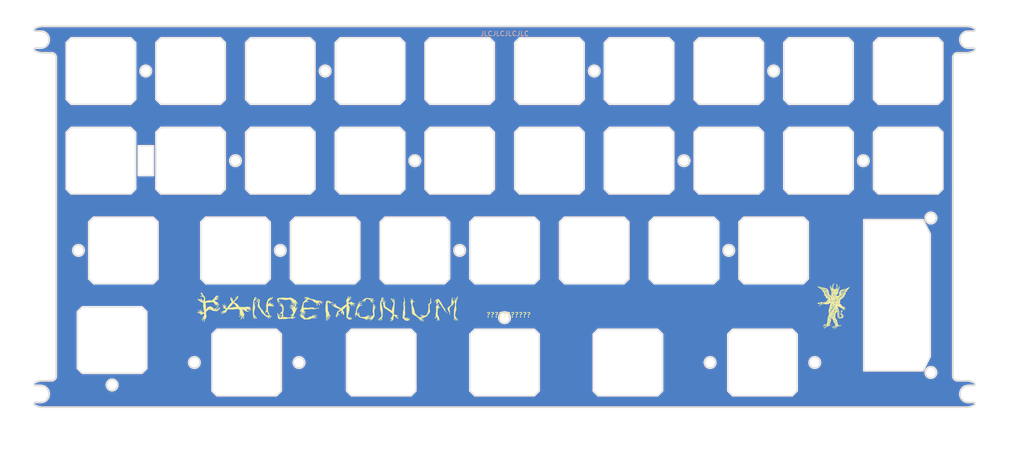
<source format=kicad_pcb>
(kicad_pcb (version 20221018) (generator pcbnew)
  (layers (0 "F.Cu" signal) (31 "B.Cu" signal) (34 "B.Paste" user) (35 "F.Paste" user) (36 "B.SilkS" user "B.Silkscreen") (37 "F.SilkS" user "F.Silkscreen") (38 "B.Mask" user) (39 "F.Mask" user) (44 "Edge.Cuts" user))
  (net 0 "")
  (net 1 "GND")
  (footprint "cipulot_parts:ecs_plate_cut_1U" (layer "F.Cu") (at 41.275 33.3375)
    (fp_text reference "REF**")
    (fp_text value "Value " hide)
    (fp_line (start -7.3 -6) (end -7.3 6) (stroke (width 0.12)) (layer "Edge.Cuts"))
    (fp_line (start -7.3 6) (end -6.3 7) (stroke (width 0.12)) (layer "Edge.Cuts"))
    (fp_line (start -6.3 -7) (end -7.3 -6) (stroke (width 0.12)) (layer "Edge.Cuts"))
    (fp_line (start -6.3 7) (end 6.3 7) (stroke (width 0.12)) (layer "Edge.Cuts"))
    (fp_line (start 6.3 -7) (end -6.3 -7) (stroke (width 0.12)) (layer "Edge.Cuts"))
    (fp_line (start 6.3 -7) (end 7.3 -6) (stroke (width 0.12)) (layer "Edge.Cuts"))
    (fp_line (start 6.3 7) (end 7.3 6) (stroke (width 0.12)) (layer "Edge.Cuts"))
    (fp_line (start 7.3 6) (end 7.3 -6) (stroke (width 0.12)) (layer "Edge.Cuts"))
  )
  (footprint "cipulot_parts:ecs_plate_cut_1U" (layer "F.Cu") (at 60.325 52.3875)
    (fp_text reference "REF**")
    (fp_text value "Value " hide)
    (fp_line (start -7.3 -6) (end -7.3 6) (stroke (width 0.12)) (layer "Edge.Cuts"))
    (fp_line (start -7.3 6) (end -6.3 7) (stroke (width 0.12)) (layer "Edge.Cuts"))
    (fp_line (start -6.3 -7) (end -7.3 -6) (stroke (width 0.12)) (layer "Edge.Cuts"))
    (fp_line (start -6.3 7) (end 6.3 7) (stroke (width 0.12)) (layer "Edge.Cuts"))
    (fp_line (start 6.3 -7) (end -6.3 -7) (stroke (width 0.12)) (layer "Edge.Cuts"))
    (fp_line (start 6.3 -7) (end 7.3 -6) (stroke (width 0.12)) (layer "Edge.Cuts"))
    (fp_line (start 6.3 7) (end 7.3 6) (stroke (width 0.12)) (layer "Edge.Cuts"))
    (fp_line (start 7.3 6) (end 7.3 -6) (stroke (width 0.12)) (layer "Edge.Cuts"))
  )
  (footprint "cipulot_parts:ecs_plate_cut_1U" (layer "F.Cu") (at 127 95.25)
    (fp_text reference "REF**")
    (fp_text value "Value " hide)
    (fp_line (start -7.3 -6) (end -7.3 6) (stroke (width 0.12)) (layer "Edge.Cuts"))
    (fp_line (start -7.3 6) (end -6.3 7) (stroke (width 0.12)) (layer "Edge.Cuts"))
    (fp_line (start -6.3 -7) (end -7.3 -6) (stroke (width 0.12)) (layer "Edge.Cuts"))
    (fp_line (start -6.3 7) (end 6.3 7) (stroke (width 0.12)) (layer "Edge.Cuts"))
    (fp_line (start 6.3 -7) (end -6.3 -7) (stroke (width 0.12)) (layer "Edge.Cuts"))
    (fp_line (start 6.3 -7) (end 7.3 -6) (stroke (width 0.12)) (layer "Edge.Cuts"))
    (fp_line (start 6.3 7) (end 7.3 6) (stroke (width 0.12)) (layer "Edge.Cuts"))
    (fp_line (start 7.3 6) (end 7.3 -6) (stroke (width 0.12)) (layer "Edge.Cuts"))
  )
  (footprint "cipulot_parts:ecs_plate_cut_1U" (layer "F.Cu") (at 60.325 33.3375)
    (fp_text reference "REF**")
    (fp_text value "Value " hide)
    (fp_line (start -7.3 -6) (end -7.3 6) (stroke (width 0.12)) (layer "Edge.Cuts"))
    (fp_line (start -7.3 6) (end -6.3 7) (stroke (width 0.12)) (layer "Edge.Cuts"))
    (fp_line (start -6.3 -7) (end -7.3 -6) (stroke (width 0.12)) (layer "Edge.Cuts"))
    (fp_line (start -6.3 7) (end 6.3 7) (stroke (width 0.12)) (layer "Edge.Cuts"))
    (fp_line (start 6.3 -7) (end -6.3 -7) (stroke (width 0.12)) (layer "Edge.Cuts"))
    (fp_line (start 6.3 -7) (end 7.3 -6) (stroke (width 0.12)) (layer "Edge.Cuts"))
    (fp_line (start 6.3 7) (end 7.3 6) (stroke (width 0.12)) (layer "Edge.Cuts"))
    (fp_line (start 7.3 6) (end 7.3 -6) (stroke (width 0.12)) (layer "Edge.Cuts"))
  )
  (footprint "cipulot_parts:ecs_plate_cut_1U" (layer "F.Cu") (at 212.725 33.3375)
    (fp_text reference "REF**")
    (fp_text value "Value " hide)
    (fp_line (start -7.3 -6) (end -7.3 6) (stroke (width 0.12)) (layer "Edge.Cuts"))
    (fp_line (start -7.3 6) (end -6.3 7) (stroke (width 0.12)) (layer "Edge.Cuts"))
    (fp_line (start -6.3 -7) (end -7.3 -6) (stroke (width 0.12)) (layer "Edge.Cuts"))
    (fp_line (start -6.3 7) (end 6.3 7) (stroke (width 0.12)) (layer "Edge.Cuts"))
    (fp_line (start 6.3 -7) (end -6.3 -7) (stroke (width 0.12)) (layer "Edge.Cuts"))
    (fp_line (start 6.3 -7) (end 7.3 -6) (stroke (width 0.12)) (layer "Edge.Cuts"))
    (fp_line (start 6.3 7) (end 7.3 6) (stroke (width 0.12)) (layer "Edge.Cuts"))
    (fp_line (start 7.3 6) (end 7.3 -6) (stroke (width 0.12)) (layer "Edge.Cuts"))
  )
  (footprint "cipulot_parts:ecs_plate_cut_1U" (layer "F.Cu") (at 146.05 71.4375)
    (fp_text reference "REF**")
    (fp_text value "Value " hide)
    (fp_line (start -7.3 -6) (end -7.3 6) (stroke (width 0.12)) (layer "Edge.Cuts"))
    (fp_line (start -7.3 6) (end -6.3 7) (stroke (width 0.12)) (layer "Edge.Cuts"))
    (fp_line (start -6.3 -7) (end -7.3 -6) (stroke (width 0.12)) (layer "Edge.Cuts"))
    (fp_line (start -6.3 7) (end 6.3 7) (stroke (width 0.12)) (layer "Edge.Cuts"))
    (fp_line (start 6.3 -7) (end -6.3 -7) (stroke (width 0.12)) (layer "Edge.Cuts"))
    (fp_line (start 6.3 -7) (end 7.3 -6) (stroke (width 0.12)) (layer "Edge.Cuts"))
    (fp_line (start 6.3 7) (end 7.3 6) (stroke (width 0.12)) (layer "Edge.Cuts"))
    (fp_line (start 7.3 6) (end 7.3 -6) (stroke (width 0.12)) (layer "Edge.Cuts"))
  )
  (footprint "cipulot_parts:ecs_plate_cut_1U" (layer "F.Cu") (at 46.0375 71.4375)
    (fp_text reference "REF**")
    (fp_text value "Value " hide)
    (fp_line (start -7.3 -6) (end -7.3 6) (stroke (width 0.12)) (layer "Edge.Cuts"))
    (fp_line (start -7.3 6) (end -6.3 7) (stroke (width 0.12)) (layer "Edge.Cuts"))
    (fp_line (start -6.3 -7) (end -7.3 -6) (stroke (width 0.12)) (layer "Edge.Cuts"))
    (fp_line (start -6.3 7) (end 6.3 7) (stroke (width 0.12)) (layer "Edge.Cuts"))
    (fp_line (start 6.3 -7) (end -6.3 -7) (stroke (width 0.12)) (layer "Edge.Cuts"))
    (fp_line (start 6.3 -7) (end 7.3 -6) (stroke (width 0.12)) (layer "Edge.Cuts"))
    (fp_line (start 6.3 7) (end 7.3 6) (stroke (width 0.12)) (layer "Edge.Cuts"))
    (fp_line (start 7.3 6) (end 7.3 -6) (stroke (width 0.12)) (layer "Edge.Cuts"))
  )
  (footprint "LOGO" (layer "F.Cu") (at 196.85 83.34375)
    (fp_text reference "G***" hide)
    (fp_text value "LOGO" hide)
  )
  (footprint "cipulot_parts:ecs_plate_cut_1U" (layer "F.Cu") (at 88.9 71.4375)
    (fp_text reference "REF**")
    (fp_text value "Value " hide)
    (fp_line (start -7.3 -6) (end -7.3 6) (stroke (width 0.12)) (layer "Edge.Cuts"))
    (fp_line (start -7.3 6) (end -6.3 7) (stroke (width 0.12)) (layer "Edge.Cuts"))
    (fp_line (start -6.3 -7) (end -7.3 -6) (stroke (width 0.12)) (layer "Edge.Cuts"))
    (fp_line (start -6.3 7) (end 6.3 7) (stroke (width 0.12)) (layer "Edge.Cuts"))
    (fp_line (start 6.3 -7) (end -6.3 -7) (stroke (width 0.12)) (layer "Edge.Cuts"))
    (fp_line (start 6.3 -7) (end 7.3 -6) (stroke (width 0.12)) (layer "Edge.Cuts"))
    (fp_line (start 6.3 7) (end 7.3 6) (stroke (width 0.12)) (layer "Edge.Cuts"))
    (fp_line (start 7.3 6) (end 7.3 -6) (stroke (width 0.12)) (layer "Edge.Cuts"))
  )
  (footprint "cipulot_parts:ecs_plate_cut_1U" (layer "F.Cu") (at 117.475 33.3375)
    (fp_text reference "REF**")
    (fp_text value "Value " hide)
    (fp_line (start -7.3 -6) (end -7.3 6) (stroke (width 0.12)) (layer "Edge.Cuts"))
    (fp_line (start -7.3 6) (end -6.3 7) (stroke (width 0.12)) (layer "Edge.Cuts"))
    (fp_line (start -6.3 -7) (end -7.3 -6) (stroke (width 0.12)) (layer "Edge.Cuts"))
    (fp_line (start -6.3 7) (end 6.3 7) (stroke (width 0.12)) (layer "Edge.Cuts"))
    (fp_line (start 6.3 -7) (end -6.3 -7) (stroke (width 0.12)) (layer "Edge.Cuts"))
    (fp_line (start 6.3 -7) (end 7.3 -6) (stroke (width 0.12)) (layer "Edge.Cuts"))
    (fp_line (start 6.3 7) (end 7.3 6) (stroke (width 0.12)) (layer "Edge.Cuts"))
    (fp_line (start 7.3 6) (end 7.3 -6) (stroke (width 0.12)) (layer "Edge.Cuts"))
  )
  (footprint "cipulot_parts:ecs_plate_cut_1U" (layer "F.Cu") (at 79.375 52.3875)
    (fp_text reference "REF**")
    (fp_text value "Value " hide)
    (fp_line (start -7.3 -6) (end -7.3 6) (stroke (width 0.12)) (layer "Edge.Cuts"))
    (fp_line (start -7.3 6) (end -6.3 7) (stroke (width 0.12)) (layer "Edge.Cuts"))
    (fp_line (start -6.3 -7) (end -7.3 -6) (stroke (width 0.12)) (layer "Edge.Cuts"))
    (fp_line (start -6.3 7) (end 6.3 7) (stroke (width 0.12)) (layer "Edge.Cuts"))
    (fp_line (start 6.3 -7) (end -6.3 -7) (stroke (width 0.12)) (layer "Edge.Cuts"))
    (fp_line (start 6.3 -7) (end 7.3 -6) (stroke (width 0.12)) (layer "Edge.Cuts"))
    (fp_line (start 6.3 7) (end 7.3 6) (stroke (width 0.12)) (layer "Edge.Cuts"))
    (fp_line (start 7.3 6) (end 7.3 -6) (stroke (width 0.12)) (layer "Edge.Cuts"))
  )
  (footprint "cipulot_parts:ecs_plate_cut_1U" (layer "F.Cu") (at 193.675 52.3875)
    (fp_text reference "REF**")
    (fp_text value "Value " hide)
    (fp_line (start -7.3 -6) (end -7.3 6) (stroke (width 0.12)) (layer "Edge.Cuts"))
    (fp_line (start -7.3 6) (end -6.3 7) (stroke (width 0.12)) (layer "Edge.Cuts"))
    (fp_line (start -6.3 -7) (end -7.3 -6) (stroke (width 0.12)) (layer "Edge.Cuts"))
    (fp_line (start -6.3 7) (end 6.3 7) (stroke (width 0.12)) (layer "Edge.Cuts"))
    (fp_line (start 6.3 -7) (end -6.3 -7) (stroke (width 0.12)) (layer "Edge.Cuts"))
    (fp_line (start 6.3 -7) (end 7.3 -6) (stroke (width 0.12)) (layer "Edge.Cuts"))
    (fp_line (start 6.3 7) (end 7.3 6) (stroke (width 0.12)) (layer "Edge.Cuts"))
    (fp_line (start 7.3 6) (end 7.3 -6) (stroke (width 0.12)) (layer "Edge.Cuts"))
  )
  (footprint "cipulot_parts:ecs_plate_cut_1U" (layer "F.Cu") (at 98.425 52.3875)
    (fp_text reference "REF**")
    (fp_text value "Value " hide)
    (fp_line (start -7.3 -6) (end -7.3 6) (stroke (width 0.12)) (layer "Edge.Cuts"))
    (fp_line (start -7.3 6) (end -6.3 7) (stroke (width 0.12)) (layer "Edge.Cuts"))
    (fp_line (start -6.3 -7) (end -7.3 -6) (stroke (width 0.12)) (layer "Edge.Cuts"))
    (fp_line (start -6.3 7) (end 6.3 7) (stroke (width 0.12)) (layer "Edge.Cuts"))
    (fp_line (start 6.3 -7) (end -6.3 -7) (stroke (width 0.12)) (layer "Edge.Cuts"))
    (fp_line (start 6.3 -7) (end 7.3 -6) (stroke (width 0.12)) (layer "Edge.Cuts"))
    (fp_line (start 6.3 7) (end 7.3 6) (stroke (width 0.12)) (layer "Edge.Cuts"))
    (fp_line (start 7.3 6) (end 7.3 -6) (stroke (width 0.12)) (layer "Edge.Cuts"))
  )
  (footprint "cipulot_parts:ecs_plate_cut_1U" (layer "F.Cu") (at 107.95 71.4375)
    (fp_text reference "REF**")
    (fp_text value "Value " hide)
    (fp_line (start -7.3 -6) (end -7.3 6) (stroke (width 0.12)) (layer "Edge.Cuts"))
    (fp_line (start -7.3 6) (end -6.3 7) (stroke (width 0.12)) (layer "Edge.Cuts"))
    (fp_line (start -6.3 -7) (end -7.3 -6) (stroke (width 0.12)) (layer "Edge.Cuts"))
    (fp_line (start -6.3 7) (end 6.3 7) (stroke (width 0.12)) (layer "Edge.Cuts"))
    (fp_line (start 6.3 -7) (end -6.3 -7) (stroke (width 0.12)) (layer "Edge.Cuts"))
    (fp_line (start 6.3 -7) (end 7.3 -6) (stroke (width 0.12)) (layer "Edge.Cuts"))
    (fp_line (start 6.3 7) (end 7.3 6) (stroke (width 0.12)) (layer "Edge.Cuts"))
    (fp_line (start 7.3 6) (end 7.3 -6) (stroke (width 0.12)) (layer "Edge.Cuts"))
  )
  (footprint "LOGO" (layer "F.Cu") (at 88.9 83.34375)
    (fp_text reference "G***" hide)
    (fp_text value "LOGO" hide)
  )
  (footprint "cipulot_parts:ecs_plate_cut_1U" (layer "F.Cu") (at 72.23125 95.25)
    (fp_text reference "REF**")
    (fp_text value "Value " hide)
    (fp_line (start -7.3 -6) (end -7.3 6) (stroke (width 0.12)) (layer "Edge.Cuts"))
    (fp_line (start -7.3 6) (end -6.3 7) (stroke (width 0.12)) (layer "Edge.Cuts"))
    (fp_line (start -6.3 -7) (end -7.3 -6) (stroke (width 0.12)) (layer "Edge.Cuts"))
    (fp_line (start -6.3 7) (end 6.3 7) (stroke (width 0.12)) (layer "Edge.Cuts"))
    (fp_line (start 6.3 -7) (end -6.3 -7) (stroke (width 0.12)) (layer "Edge.Cuts"))
    (fp_line (start 6.3 -7) (end 7.3 -6) (stroke (width 0.12)) (layer "Edge.Cuts"))
    (fp_line (start 6.3 7) (end 7.3 6) (stroke (width 0.12)) (layer "Edge.Cuts"))
    (fp_line (start 7.3 6) (end 7.3 -6) (stroke (width 0.12)) (layer "Edge.Cuts"))
  )
  (footprint "cipulot_parts:ecs_plate_cut_1U" (layer "F.Cu") (at 174.625 33.3375)
    (fp_text reference "REF**")
    (fp_text value "Value " hide)
    (fp_line (start -7.3 -6) (end -7.3 6) (stroke (width 0.12)) (layer "Edge.Cuts"))
    (fp_line (start -7.3 6) (end -6.3 7) (stroke (width 0.12)) (layer "Edge.Cuts"))
    (fp_line (start -6.3 -7) (end -7.3 -6) (stroke (width 0.12)) (layer "Edge.Cuts"))
    (fp_line (start -6.3 7) (end 6.3 7) (stroke (width 0.12)) (layer "Edge.Cuts"))
    (fp_line (start 6.3 -7) (end -6.3 -7) (stroke (width 0.12)) (layer "Edge.Cuts"))
    (fp_line (start 6.3 -7) (end 7.3 -6) (stroke (width 0.12)) (layer "Edge.Cuts"))
    (fp_line (start 6.3 7) (end 7.3 6) (stroke (width 0.12)) (layer "Edge.Cuts"))
    (fp_line (start 7.3 6) (end 7.3 -6) (stroke (width 0.12)) (layer "Edge.Cuts"))
  )
  (footprint "cipulot_parts:ecs_plate_cut_1U" (layer "F.Cu") (at 69.85 71.4375)
    (fp_text reference "REF**")
    (fp_text value "Value " hide)
    (fp_line (start -7.3 -6) (end -7.3 6) (stroke (width 0.12)) (layer "Edge.Cuts"))
    (fp_line (start -7.3 6) (end -6.3 7) (stroke (width 0.12)) (layer "Edge.Cuts"))
    (fp_line (start -6.3 -7) (end -7.3 -6) (stroke (width 0.12)) (layer "Edge.Cuts"))
    (fp_line (start -6.3 7) (end 6.3 7) (stroke (width 0.12)) (layer "Edge.Cuts"))
    (fp_line (start 6.3 -7) (end -6.3 -7) (stroke (width 0.12)) (layer "Edge.Cuts"))
    (fp_line (start 6.3 -7) (end 7.3 -6) (stroke (width 0.12)) (layer "Edge.Cuts"))
    (fp_line (start 6.3 7) (end 7.3 6) (stroke (width 0.12)) (layer "Edge.Cuts"))
    (fp_line (start 7.3 6) (end 7.3 -6) (stroke (width 0.12)) (layer "Edge.Cuts"))
  )
  (footprint "cipulot_parts:ecs_plate_cut_1U" (layer "F.Cu") (at 43.65625 90.4875)
    (fp_text reference "REF**")
    (fp_text value "Value " hide)
    (fp_line (start -7.3 -6) (end -7.3 6) (stroke (width 0.12)) (layer "Edge.Cuts"))
    (fp_line (start -7.3 6) (end -6.3 7) (stroke (width 0.12)) (layer "Edge.Cuts"))
    (fp_line (start -6.3 -7) (end -7.3 -6) (stroke (width 0.12)) (layer "Edge.Cuts"))
    (fp_line (start -6.3 7) (end 6.3 7) (stroke (width 0.12)) (layer "Edge.Cuts"))
    (fp_line (start 6.3 -7) (end -6.3 -7) (stroke (width 0.12)) (layer "Edge.Cuts"))
    (fp_line (start 6.3 -7) (end 7.3 -6) (stroke (width 0.12)) (layer "Edge.Cuts"))
    (fp_line (start 6.3 7) (end 7.3 6) (stroke (width 0.12)) (layer "Edge.Cuts"))
    (fp_line (start 7.3 6) (end 7.3 -6) (stroke (width 0.12)) (layer "Edge.Cuts"))
  )
  (footprint "cipulot_parts:ecs_plate_cut_1U" (layer "F.Cu") (at 153.19375 95.25)
    (fp_text reference "REF**")
    (fp_text value "Value " hide)
    (fp_line (start -7.3 -6) (end -7.3 6) (stroke (width 0.12)) (layer "Edge.Cuts"))
    (fp_line (start -7.3 6) (end -6.3 7) (stroke (width 0.12)) (layer "Edge.Cuts"))
    (fp_line (start -6.3 -7) (end -7.3 -6) (stroke (width 0.12)) (layer "Edge.Cuts"))
    (fp_line (start -6.3 7) (end 6.3 7) (stroke (width 0.12)) (layer "Edge.Cuts"))
    (fp_line (start 6.3 -7) (end -6.3 -7) (stroke (width 0.12)) (layer "Edge.Cuts"))
    (fp_line (start 6.3 -7) (end 7.3 -6) (stroke (width 0.12)) (layer "Edge.Cuts"))
    (fp_line (start 6.3 7) (end 7.3 6) (stroke (width 0.12)) (layer "Edge.Cuts"))
    (fp_line (start 7.3 6) (end 7.3 -6) (stroke (width 0.12)) (layer "Edge.Cuts"))
  )
  (footprint "cipulot_parts:ecs_plate_cut_1U" (layer "F.Cu") (at 155.575 52.3875)
    (fp_text reference "REF**")
    (fp_text value "Value " hide)
    (fp_line (start -7.3 -6) (end -7.3 6) (stroke (width 0.12)) (layer "Edge.Cuts"))
    (fp_line (start -7.3 6) (end -6.3 7) (stroke (width 0.12)) (layer "Edge.Cuts"))
    (fp_line (start -6.3 -7) (end -7.3 -6) (stroke (width 0.12)) (layer "Edge.Cuts"))
    (fp_line (start -6.3 7) (end 6.3 7) (stroke (width 0.12)) (layer "Edge.Cuts"))
    (fp_line (start 6.3 -7) (end -6.3 -7) (stroke (width 0.12)) (layer "Edge.Cuts"))
    (fp_line (start 6.3 -7) (end 7.3 -6) (stroke (width 0.12)) (layer "Edge.Cuts"))
    (fp_line (start 6.3 7) (end 7.3 6) (stroke (width 0.12)) (layer "Edge.Cuts"))
    (fp_line (start 7.3 6) (end 7.3 -6) (stroke (width 0.12)) (layer "Edge.Cuts"))
  )
  (footprint "cipulot_parts:ecs_plate_cut_1U" (layer "F.Cu") (at 136.525 52.3875)
    (fp_text reference "REF**")
    (fp_text value "Value " hide)
    (fp_line (start -7.3 -6) (end -7.3 6) (stroke (width 0.12)) (layer "Edge.Cuts"))
    (fp_line (start -7.3 6) (end -6.3 7) (stroke (width 0.12)) (layer "Edge.Cuts"))
    (fp_line (start -6.3 -7) (end -7.3 -6) (stroke (width 0.12)) (layer "Edge.Cuts"))
    (fp_line (start -6.3 7) (end 6.3 7) (stroke (width 0.12)) (layer "Edge.Cuts"))
    (fp_line (start 6.3 -7) (end -6.3 -7) (stroke (width 0.12)) (layer "Edge.Cuts"))
    (fp_line (start 6.3 -7) (end 7.3 -6) (stroke (width 0.12)) (layer "Edge.Cuts"))
    (fp_line (start 6.3 7) (end 7.3 6) (stroke (width 0.12)) (layer "Edge.Cuts"))
    (fp_line (start 7.3 6) (end 7.3 -6) (stroke (width 0.12)) (layer "Edge.Cuts"))
  )
  (footprint "cipulot_parts:ecs_plate_cut_1U" (layer "F.Cu") (at 184.15 71.4375)
    (fp_text reference "REF**")
    (fp_text value "Value " hide)
    (fp_line (start -7.3 -6) (end -7.3 6) (stroke (width 0.12)) (layer "Edge.Cuts"))
    (fp_line (start -7.3 6) (end -6.3 7) (stroke (width 0.12)) (layer "Edge.Cuts"))
    (fp_line (start -6.3 -7) (end -7.3 -6) (stroke (width 0.12)) (layer "Edge.Cuts"))
    (fp_line (start -6.3 7) (end 6.3 7) (stroke (width 0.12)) (layer "Edge.Cuts"))
    (fp_line (start 6.3 -7) (end -6.3 -7) (stroke (width 0.12)) (layer "Edge.Cuts"))
    (fp_line (start 6.3 -7) (end 7.3 -6) (stroke (width 0.12)) (layer "Edge.Cuts"))
    (fp_line (start 6.3 7) (end 7.3 6) (stroke (width 0.12)) (layer "Edge.Cuts"))
    (fp_line (start 7.3 6) (end 7.3 -6) (stroke (width 0.12)) (layer "Edge.Cuts"))
  )
  (footprint "cipulot_parts:ecs_plate_cut_1U" (layer "F.Cu") (at 181.76875 95.25)
    (fp_text reference "REF**")
    (fp_text value "Value " hide)
    (fp_line (start -7.3 -6) (end -7.3 6) (stroke (width 0.12)) (layer "Edge.Cuts"))
    (fp_line (start -7.3 6) (end -6.3 7) (stroke (width 0.12)) (layer "Edge.Cuts"))
    (fp_line (start -6.3 -7) (end -7.3 -6) (stroke (width 0.12)) (layer "Edge.Cuts"))
    (fp_line (start -6.3 7) (end 6.3 7) (stroke (width 0.12)) (layer "Edge.Cuts"))
    (fp_line (start 6.3 -7) (end -6.3 -7) (stroke (width 0.12)) (layer "Edge.Cuts"))
    (fp_line (start 6.3 -7) (end 7.3 -6) (stroke (width 0.12)) (layer "Edge.Cuts"))
    (fp_line (start 6.3 7) (end 7.3 6) (stroke (width 0.12)) (layer "Edge.Cuts"))
    (fp_line (start 7.3 6) (end 7.3 -6) (stroke (width 0.12)) (layer "Edge.Cuts"))
  )
  (footprint "cipulot_parts:ecs_plate_cut_1U" (layer "F.Cu") (at 136.525 33.3375)
    (fp_text reference "REF**")
    (fp_text value "Value " hide)
    (fp_line (start -7.3 -6) (end -7.3 6) (stroke (width 0.12)) (layer "Edge.Cuts"))
    (fp_line (start -7.3 6) (end -6.3 7) (stroke (width 0.12)) (layer "Edge.Cuts"))
    (fp_line (start -6.3 -7) (end -7.3 -6) (stroke (width 0.12)) (layer "Edge.Cuts"))
    (fp_line (start -6.3 7) (end 6.3 7) (stroke (width 0.12)) (layer "Edge.Cuts"))
    (fp_line (start 6.3 -7) (end -6.3 -7) (stroke (width 0.12)) (layer "Edge.Cuts"))
    (fp_line (start 6.3 -7) (end 7.3 -6) (stroke (width 0.12)) (layer "Edge.Cuts"))
    (fp_line (start 6.3 7) (end 7.3 6) (stroke (width 0.12)) (layer "Edge.Cuts"))
    (fp_line (start 7.3 6) (end 7.3 -6) (stroke (width 0.12)) (layer "Edge.Cuts"))
  )
  (footprint "cipulot_parts:ecs_plate_cut_1U" (layer "F.Cu") (at 165.1 71.4375)
    (fp_text reference "REF**")
    (fp_text value "Value " hide)
    (fp_line (start -7.3 -6) (end -7.3 6) (stroke (width 0.12)) (layer "Edge.Cuts"))
    (fp_line (start -7.3 6) (end -6.3 7) (stroke (width 0.12)) (layer "Edge.Cuts"))
    (fp_line (start -6.3 -7) (end -7.3 -6) (stroke (width 0.12)) (layer "Edge.Cuts"))
    (fp_line (start -6.3 7) (end 6.3 7) (stroke (width 0.12)) (layer "Edge.Cuts"))
    (fp_line (start 6.3 -7) (end -6.3 -7) (stroke (width 0.12)) (layer "Edge.Cuts"))
    (fp_line (start 6.3 -7) (end 7.3 -6) (stroke (width 0.12)) (layer "Edge.Cuts"))
    (fp_line (start 6.3 7) (end 7.3 6) (stroke (width 0.12)) (layer "Edge.Cuts"))
    (fp_line (start 7.3 6) (end 7.3 -6) (stroke (width 0.12)) (layer "Edge.Cuts"))
  )
  (footprint "cipulot_parts:ecs_plate_cut_1U" (layer "F.Cu") (at 117.475 52.3875)
    (fp_text reference "REF**")
    (fp_text value "Value " hide)
    (fp_line (start -7.3 -6) (end -7.3 6) (stroke (width 0.12)) (layer "Edge.Cuts"))
    (fp_line (start -7.3 6) (end -6.3 7) (stroke (width 0.12)) (layer "Edge.Cuts"))
    (fp_line (start -6.3 -7) (end -7.3 -6) (stroke (width 0.12)) (layer "Edge.Cuts"))
    (fp_line (start -6.3 7) (end 6.3 7) (stroke (width 0.12)) (layer "Edge.Cuts"))
    (fp_line (start 6.3 -7) (end -6.3 -7) (stroke (width 0.12)) (layer "Edge.Cuts"))
    (fp_line (start 6.3 -7) (end 7.3 -6) (stroke (width 0.12)) (layer "Edge.Cuts"))
    (fp_line (start 6.3 7) (end 7.3 6) (stroke (width 0.12)) (layer "Edge.Cuts"))
    (fp_line (start 7.3 6) (end 7.3 -6) (stroke (width 0.12)) (layer "Edge.Cuts"))
  )
  (footprint "cipulot_parts:ecs_plate_cut_1U" (layer "F.Cu") (at 155.575 33.3375)
    (fp_text reference "REF**")
    (fp_text value "Value " hide)
    (fp_line (start -7.3 -6) (end -7.3 6) (stroke (width 0.12)) (layer "Edge.Cuts"))
    (fp_line (start -7.3 6) (end -6.3 7) (stroke (width 0.12)) (layer "Edge.Cuts"))
    (fp_line (start -6.3 -7) (end -7.3 -6) (stroke (width 0.12)) (layer "Edge.Cuts"))
    (fp_line (start -6.3 7) (end 6.3 7) (stroke (width 0.12)) (layer "Edge.Cuts"))
    (fp_line (start 6.3 -7) (end -6.3 -7) (stroke (width 0.12)) (layer "Edge.Cuts"))
    (fp_line (start 6.3 -7) (end 7.3 -6) (stroke (width 0.12)) (layer "Edge.Cuts"))
    (fp_line (start 6.3 7) (end 7.3 6) (stroke (width 0.12)) (layer "Edge.Cuts"))
    (fp_line (start 7.3 6) (end 7.3 -6) (stroke (width 0.12)) (layer "Edge.Cuts"))
  )
  (footprint "cipulot_parts:ecs_plate_cut_1U" (layer "F.Cu") (at 100.80625 95.25)
    (fp_text reference "REF**")
    (fp_text value "Value " hide)
    (fp_line (start -7.3 -6) (end -7.3 6) (stroke (width 0.12)) (layer "Edge.Cuts"))
    (fp_line (start -7.3 6) (end -6.3 7) (stroke (width 0.12)) (layer "Edge.Cuts"))
    (fp_line (start -6.3 -7) (end -7.3 -6) (stroke (width 0.12)) (layer "Edge.Cuts"))
    (fp_line (start -6.3 7) (end 6.3 7) (stroke (width 0.12)) (layer "Edge.Cuts"))
    (fp_line (start 6.3 -7) (end -6.3 -7) (stroke (width 0.12)) (layer "Edge.Cuts"))
    (fp_line (start 6.3 -7) (end 7.3 -6) (stroke (width 0.12)) (layer "Edge.Cuts"))
    (fp_line (start 6.3 7) (end 7.3 6) (stroke (width 0.12)) (layer "Edge.Cuts"))
    (fp_line (start 7.3 6) (end 7.3 -6) (stroke (width 0.12)) (layer "Edge.Cuts"))
  )
  (footprint "cipulot_parts:ecs_plate_cut_2U" (layer "F.Cu") (at 210.34375 80.9625 90)
    (fp_text reference "REF**")
    (fp_text value "Value " hide)
    (fp_line (start -16 -7) (end 16 -7) (stroke (width 0.12)) (layer "Edge.Cuts"))
    (fp_line (start -16 0) (end -16 -7) (stroke (width 0.12)) (layer "Edge.Cuts"))
    (fp_line (start -16 0) (end -16 5.5) (stroke (width 0.12)) (layer "Edge.Cuts"))
    (fp_line (start -16 5.5) (end -13 7) (stroke (width 0.12)) (layer "Edge.Cuts"))
    (fp_line (start 13 7) (end -13 7) (stroke (width 0.12)) (layer "Edge.Cuts"))
    (fp_line (start 16 -7) (end 16 0) (stroke (width 0.12)) (layer "Edge.Cuts"))
    (fp_line (start 16 0) (end 16 5.5) (stroke (width 0.12)) (layer "Edge.Cuts"))
    (fp_line (start 16 5.5) (end 13 7) (stroke (width 0.12)) (layer "Edge.Cuts"))
  )
  (footprint "cipulot_parts:ecs_plate_cut_1U" (layer "F.Cu") (at 98.425 33.3375)
    (fp_text reference "REF**")
    (fp_text value "Value " hide)
    (fp_line (start -7.3 -6) (end -7.3 6) (stroke (width 0.12)) (layer "Edge.Cuts"))
    (fp_line (start -7.3 6) (end -6.3 7) (stroke (width 0.12)) (layer "Edge.Cuts"))
    (fp_line (start -6.3 -7) (end -7.3 -6) (stroke (width 0.12)) (layer "Edge.Cuts"))
    (fp_line (start -6.3 7) (end 6.3 7) (stroke (width 0.12)) (layer "Edge.Cuts"))
    (fp_line (start 6.3 -7) (end -6.3 -7) (stroke (width 0.12)) (layer "Edge.Cuts"))
    (fp_line (start 6.3 -7) (end 7.3 -6) (stroke (width 0.12)) (layer "Edge.Cuts"))
    (fp_line (start 6.3 7) (end 7.3 6) (stroke (width 0.12)) (layer "Edge.Cuts"))
    (fp_line (start 7.3 6) (end 7.3 -6) (stroke (width 0.12)) (layer "Edge.Cuts"))
  )
  (footprint "cipulot_parts:ecs_plate_cut_1U" (layer "F.Cu") (at 174.625 52.3875)
    (fp_text reference "REF**")
    (fp_text value "Value " hide)
    (fp_line (start -7.3 -6) (end -7.3 6) (stroke (width 0.12)) (layer "Edge.Cuts"))
    (fp_line (start -7.3 6) (end -6.3 7) (stroke (width 0.12)) (layer "Edge.Cuts"))
    (fp_line (start -6.3 -7) (end -7.3 -6) (stroke (width 0.12)) (layer "Edge.Cuts"))
    (fp_line (start -6.3 7) (end 6.3 7) (stroke (width 0.12)) (layer "Edge.Cuts"))
    (fp_line (start 6.3 -7) (end -6.3 -7) (stroke (width 0.12)) (layer "Edge.Cuts"))
    (fp_line (start 6.3 -7) (end 7.3 -6) (stroke (width 0.12)) (layer "Edge.Cuts"))
    (fp_line (start 6.3 7) (end 7.3 6) (stroke (width 0.12)) (layer "Edge.Cuts"))
    (fp_line (start 7.3 6) (end 7.3 -6) (stroke (width 0.12)) (layer "Edge.Cuts"))
  )
  (footprint "cipulot_parts:ecs_plate_cut_1U" (layer "F.Cu") (at 127 71.4375)
    (fp_text reference "REF**")
    (fp_text value "Value " hide)
    (fp_line (start -7.3 -6) (end -7.3 6) (stroke (width 0.12)) (layer "Edge.Cuts"))
    (fp_line (start -7.3 6) (end -6.3 7) (stroke (width 0.12)) (layer "Edge.Cuts"))
    (fp_line (start -6.3 -7) (end -7.3 -6) (stroke (width 0.12)) (layer "Edge.Cuts"))
    (fp_line (start -6.3 7) (end 6.3 7) (stroke (width 0.12)) (layer "Edge.Cuts"))
    (fp_line (start 6.3 -7) (end -6.3 -7) (stroke (width 0.12)) (layer "Edge.Cuts"))
    (fp_line (start 6.3 -7) (end 7.3 -6) (stroke (width 0.12)) (layer "Edge.Cuts"))
    (fp_line (start 6.3 7) (end 7.3 6) (stroke (width 0.12)) (layer "Edge.Cuts"))
    (fp_line (start 7.3 6) (end 7.3 -6) (stroke (width 0.12)) (layer "Edge.Cuts"))
  )
  (footprint "cipulot_parts:ecs_plate_cut_1U" (layer "F.Cu") (at 41.275 52.3875)
    (fp_text reference "REF**")
    (fp_text value "Value " hide)
    (fp_line (start -7.3 -6) (end -7.3 6) (stroke (width 0.12)) (layer "Edge.Cuts"))
    (fp_line (start -7.3 6) (end -6.3 7) (stroke (width 0.12)) (layer "Edge.Cuts"))
    (fp_line (start -6.3 -7) (end -7.3 -6) (stroke (width 0.12)) (layer "Edge.Cuts"))
    (fp_line (start -6.3 7) (end 6.3 7) (stroke (width 0.12)) (layer "Edge.Cuts"))
    (fp_line (start 6.3 -7) (end -6.3 -7) (stroke (width 0.12)) (layer "Edge.Cuts"))
    (fp_line (start 6.3 -7) (end 7.3 -6) (stroke (width 0.12)) (layer "Edge.Cuts"))
    (fp_line (start 6.3 7) (end 7.3 6) (stroke (width 0.12)) (layer "Edge.Cuts"))
    (fp_line (start 7.3 6) (end 7.3 -6) (stroke (width 0.12)) (layer "Edge.Cuts"))
  )
  (footprint "cipulot_parts:ecs_plate_cut_1U" (layer "F.Cu") (at 79.375 33.3375)
    (fp_text reference "REF**")
    (fp_text value "Value " hide)
    (fp_line (start -7.3 -6) (end -7.3 6) (stroke (width 0.12)) (layer "Edge.Cuts"))
    (fp_line (start -7.3 6) (end -6.3 7) (stroke (width 0.12)) (layer "Edge.Cuts"))
    (fp_line (start -6.3 -7) (end -7.3 -6) (stroke (width 0.12)) (layer "Edge.Cuts"))
    (fp_line (start -6.3 7) (end 6.3 7) (stroke (width 0.12)) (layer "Edge.Cuts"))
    (fp_line (start 6.3 -7) (end -6.3 -7) (stroke (width 0.12)) (layer "Edge.Cuts"))
    (fp_line (start 6.3 -7) (end 7.3 -6) (stroke (width 0.12)) (layer "Edge.Cuts"))
    (fp_line (start 6.3 7) (end 7.3 6) (stroke (width 0.12)) (layer "Edge.Cuts"))
    (fp_line (start 7.3 6) (end 7.3 -6) (stroke (width 0.12)) (layer "Edge.Cuts"))
  )
  (footprint "cipulot_parts:ecs_plate_cut_1U" (layer "F.Cu") (at 193.675 33.3375)
    (fp_text reference "REF**")
    (fp_text value "Value " hide)
    (fp_line (start -7.3 -6) (end -7.3 6) (stroke (width 0.12)) (layer "Edge.Cuts"))
    (fp_line (start -7.3 6) (end -6.3 7) (stroke (width 0.12)) (layer "Edge.Cuts"))
    (fp_line (start -6.3 -7) (end -7.3 -6) (stroke (width 0.12)) (layer "Edge.Cuts"))
    (fp_line (start -6.3 7) (end 6.3 7) (stroke (width 0.12)) (layer "Edge.Cuts"))
    (fp_line (start 6.3 -7) (end -6.3 -7) (stroke (width 0.12)) (layer "Edge.Cuts"))
    (fp_line (start 6.3 -7) (end 7.3 -6) (stroke (width 0.12)) (layer "Edge.Cuts"))
    (fp_line (start 6.3 7) (end 7.3 6) (stroke (width 0.12)) (layer "Edge.Cuts"))
    (fp_line (start 7.3 6) (end 7.3 -6) (stroke (width 0.12)) (layer "Edge.Cuts"))
  )
  (footprint "cipulot_parts:ecs_plate_cut_1U" (layer "F.Cu") (at 212.725 52.3875)
    (fp_text reference "REF**")
    (fp_text value "Value " hide)
    (fp_line (start -7.3 -6) (end -7.3 6) (stroke (width 0.12)) (layer "Edge.Cuts"))
    (fp_line (start -7.3 6) (end -6.3 7) (stroke (width 0.12)) (layer "Edge.Cuts"))
    (fp_line (start -6.3 -7) (end -7.3 -6) (stroke (width 0.12)) (layer "Edge.Cuts"))
    (fp_line (start -6.3 7) (end 6.3 7) (stroke (width 0.12)) (layer "Edge.Cuts"))
    (fp_line (start 6.3 -7) (end -6.3 -7) (stroke (width 0.12)) (layer "Edge.Cuts"))
    (fp_line (start 6.3 -7) (end 7.3 -6) (stroke (width 0.12)) (layer "Edge.Cuts"))
    (fp_line (start 6.3 7) (end 7.3 6) (stroke (width 0.12)) (layer "Edge.Cuts"))
    (fp_line (start 7.3 6) (end 7.3 -6) (stroke (width 0.12)) (layer "Edge.Cuts"))
  )
  (gr_line (start 28.75 29.5125) (end 30.75 29.5125) (stroke (width 0.2)) (layer "Edge.Cuts"))
  (gr_circle (center 217.54375 97.3625) (end 218.69375 97.3625) (stroke (width 0.2)) (fill none) (layer "Edge.Cuts"))
  (gr_line (start 225.25 99.075) (end 223.25 99.075) (stroke (width 0.2)) (layer "Edge.Cuts"))
  (gr_arc (start 30.75 29.5125) (mid 31.457107 29.805393) (end 31.75 30.5125) (stroke (width 0.2)) (layer "Edge.Cuts"))
  (gr_circle (center 146.05 33.3375) (end 147.2 33.3375) (stroke (width 0.2)) (fill none) (layer "Edge.Cuts"))
  (gr_circle (center 69.85 52.3875) (end 71 52.3875) (stroke (width 0.2)) (fill none) (layer "Edge.Cuts"))
  (gr_line (start 226.606466 103.675) (end 225.499444 103.675) (stroke (width 0.2)) (layer "Edge.Cuts"))
  (gr_line (start 225.499442 24.9125) (end 226.606464 24.9125) (stroke (width 0.2)) (layer "Edge.Cuts"))
  (gr_circle (center 184.15 33.3375) (end 185.3 33.3375) (stroke (width 0.2)) (fill none) (layer "Edge.Cuts"))
  (gr_line (start 28.500555 103.675) (end 27.393534 103.675) (stroke (width 0.2)) (layer "Edge.Cuts"))
  (gr_circle (center 127 85.725) (end 128.15 85.725) (stroke (width 0.2)) (fill none) (layer "Edge.Cuts"))
  (gr_arc (start 226.606466 103.675) (mid 226.942174 103.926005) (end 226.796371 104.319) (stroke (width 0.2)) (layer "Edge.Cuts"))
  (gr_line (start 226.606464 28.4125) (end 225.499442 28.4125) (stroke (width 0.2)) (layer "Edge.Cuts"))
  (gr_circle (center 170.65625 95.25) (end 171.80625 95.25) (stroke (width 0.2)) (fill none) (layer "Edge.Cuts"))
  (gr_arc (start 226.796371 99.531) (mid 226.942174 99.923995) (end 226.606466 100.175) (stroke (width 0.2)) (layer "Edge.Cuts"))
  (gr_circle (center 88.9 33.3375) (end 90.05 33.3375) (stroke (width 0.2)) (fill none) (layer "Edge.Cuts"))
  (gr_arc (start 28.500555 100.175) (mid 30.250555 101.925) (end 28.500555 103.675) (stroke (width 0.2)) (layer "Edge.Cuts"))
  (gr_arc (start 226.796369 24.2685) (mid 226.942172 24.661495) (end 226.606464 24.9125) (stroke (width 0.2)) (layer "Edge.Cuts"))
  (gr_circle (center 203.2 52.3875) (end 204.35 52.3875) (stroke (width 0.2)) (fill none) (layer "Edge.Cuts"))
  (gr_circle (center 174.625 71.4375) (end 175.775 71.4375) (stroke (width 0.2)) (fill none) (layer "Edge.Cuts"))
  (gr_arc (start 222.25 30.5125) (mid 222.542893 29.805393) (end 223.25 29.5125) (stroke (width 0.2)) (layer "Edge.Cuts"))
  (gr_arc (start 27.203628 99.531) (mid 27.943898 99.191376) (end 28.75 99.075) (stroke (width 0.2)) (layer "Edge.Cuts"))
  (gr_line (start 225.499444 100.175) (end 226.606466 100.175) (stroke (width 0.2)) (layer "Edge.Cuts"))
  (gr_arc (start 226.796371 104.319) (mid 226.056102 104.658624) (end 225.25 104.775) (stroke (width 0.2)) (layer "Edge.Cuts"))
  (gr_circle (center 61.11875 95.25) (end 62.26875 95.25) (stroke (width 0.2)) (fill none) (layer "Edge.Cuts"))
  (gr_circle (center 192.88125 95.25) (end 194.03125 95.25) (stroke (width 0.2)) (fill none) (layer "Edge.Cuts"))
  (gr_arc (start 27.393534 100.175) (mid 27.057822 99.923996) (end 27.203628 99.531) (stroke (width 0.2)) (layer "Edge.Cuts"))
  (gr_arc (start 27.393534 24.9125) (mid 27.057822 24.661495) (end 27.203629 24.2685) (stroke (width 0.2)) (layer "Edge.Cuts"))
  (gr_line (start 223.25 29.5125) (end 225.249998 29.5125) (stroke (width 0.2)) (layer "Edge.Cuts"))
  (gr_circle (center 83.34375 95.25) (end 84.49375 95.25) (stroke (width 0.2)) (fill none) (layer "Edge.Cuts"))
  (gr_arc (start 225.499444 103.675) (mid 223.749444 101.925) (end 225.499444 100.175) (stroke (width 0.2)) (layer "Edge.Cuts"))
  (gr_arc (start 28.75 104.775) (mid 27.943898 104.658624) (end 27.203628 104.319) (stroke (width 0.2)) (layer "Edge.Cuts"))
  (gr_rect (start 49.241432 49.276087) (end 52.377856 55.4739) (stroke (width 0.1)) (fill none) (layer "Edge.Cuts"))
  (gr_circle (center 43.65625 100.0125) (end 44.80625 100.0125) (stroke (width 0.2)) (fill none) (layer "Edge.Cuts"))
  (gr_line (start 28.500556 28.4125) (end 27.393534 28.4125) (stroke (width 0.2)) (layer "Edge.Cuts"))
  (gr_circle (center 117.475 71.4375) (end 118.625 71.4375) (stroke (width 0.2)) (fill none) (layer "Edge.Cuts"))
  (gr_circle (center 107.95 52.3875) (end 109.1 52.3875) (stroke (width 0.2)) (fill none) (layer "Edge.Cuts"))
  (gr_arc (start 27.203628 104.319) (mid 27.057824 103.926005) (end 27.393534 103.675) (stroke (width 0.2)) (layer "Edge.Cuts"))
  (gr_arc (start 27.203629 24.2685) (mid 27.943898 23.928876) (end 28.75 23.8125) (stroke (width 0.2)) (layer "Edge.Cuts"))
  (gr_circle (center 50.8 33.3375) (end 51.95 33.3375) (stroke (width 0.2)) (fill none) (layer "Edge.Cuts"))
  (gr_line (start 27.393534 24.9125) (end 28.500556 24.9125) (stroke (width 0.2)) (layer "Edge.Cuts"))
  (gr_line (start 31.75 30.5125) (end 31.75 98.075) (stroke (width 0.2)) (layer "Edge.Cuts"))
  (gr_line (start 222.25 98.075) (end 222.25 30.5125) (stroke (width 0.2)) (layer "Edge.Cuts"))
  (gr_circle (center 36.5125 71.4375) (end 37.6625 71.4375) (stroke (width 0.2)) (fill none) (layer "Edge.Cuts"))
  (gr_circle (center 79.375 71.4375) (end 80.525 71.4375) (stroke (width 0.2)) (fill none) (layer "Edge.Cuts"))
  (gr_arc (start 223.25 99.075) (mid 222.542893 98.782107) (end 222.25 98.075) (stroke (width 0.2)) (layer "Edge.Cuts"))
  (gr_circle (center 217.54375 64.5625) (end 218.69375 64.5625) (stroke (width 0.2)) (fill none) (layer "Edge.Cuts"))
  (gr_circle (center 165.1 52.3875) (end 166.25 52.3875) (stroke (width 0.2)) (fill none) (layer "Edge.Cuts"))
  (gr_arc (start 225.25 99.075) (mid 226.056102 99.191376) (end 226.796371 99.531) (stroke (width 0.2)) (layer "Edge.Cuts"))
  (gr_arc (start 225.499442 28.4125) (mid 223.749442 26.6625) (end 225.499442 24.9125) (stroke (width 0.2)) (layer "Edge.Cuts"))
  (gr_arc (start 225.25 23.8125) (mid 226.056101 23.928876) (end 226.796369 24.2685) (stroke (width 0.2)) (layer "Edge.Cuts"))
  (gr_arc (start 31.75 98.075) (mid 31.457107 98.782107) (end 30.75 99.075) (stroke (width 0.2)) (layer "Edge.Cuts"))
  (gr_arc (start 226.796369 29.0565) (mid 226.0561 29.396124) (end 225.249998 29.5125) (stroke (width 0.2)) (layer "Edge.Cuts"))
  (gr_line (start 28.75 104.775) (end 225.25 104.775) (stroke (width 0.2)) (layer "Edge.Cuts"))
  (gr_line (start 27.393534 100.175) (end 28.500555 100.175) (stroke (width 0.2)) (layer "Edge.Cuts"))
  (gr_arc (start 28.75 29.5125) (mid 27.943898 29.396124) (end 27.203629 29.0565) (stroke (width 0.2)) (layer "Edge.Cuts"))
  (gr_line (start 30.75 99.075) (end 28.75 99.075) (stroke (width 0.2)) (layer "Edge.Cuts"))
  (gr_arc (start 27.203629 29.0565) (mid 27.057824 28.663505) (end 27.393534 28.4125) (stroke (width 0.2)) (layer "Edge.Cuts"))
  (gr_arc (start 226.606464 28.4125) (mid 226.942172 28.663505) (end 226.796369 29.0565) (stroke (width 0.2)) (layer "Edge.Cuts"))
  (gr_line (start 225.25 23.8125) (end 28.75 23.8125) (stroke (width 0.2)) (layer "Edge.Cuts"))
  (gr_arc (start 28.500556 24.9125) (mid 30.250556 26.6625) (end 28.500556 28.4125) (stroke (width 0.2)) (layer "Edge.Cuts"))
  (gr_text "JLCJLCJLCJLC" (at 127 25.4) (layer "B.SilkS") (effects (font (size 1 1))))
  (gr_text "𝔓𝔞𝔫𝔡𝔢𝔪𝔬𝔫𝔦𝔲𝔪" (at 123.03125 85.725) (layer "F.SilkS") (effects (font (size 1 1)) (justify left bottom)))
  (zone (net 1) (net_name "GND") (layers "F&B.Cu") (connect_pads (clearance 0)) (min_thickness 0.025) (fill yes (thermal_gap 0.5) (thermal_bridge_width 0.5) (island_removal_mode 1) (island_area_min 10))
    (polygon (pts (xy 19.84375 18.25625) (xy 237.33125 18.25625) (xy 237.33125 114.3) (xy 19.84375 114.3)))
  )
)
</source>
